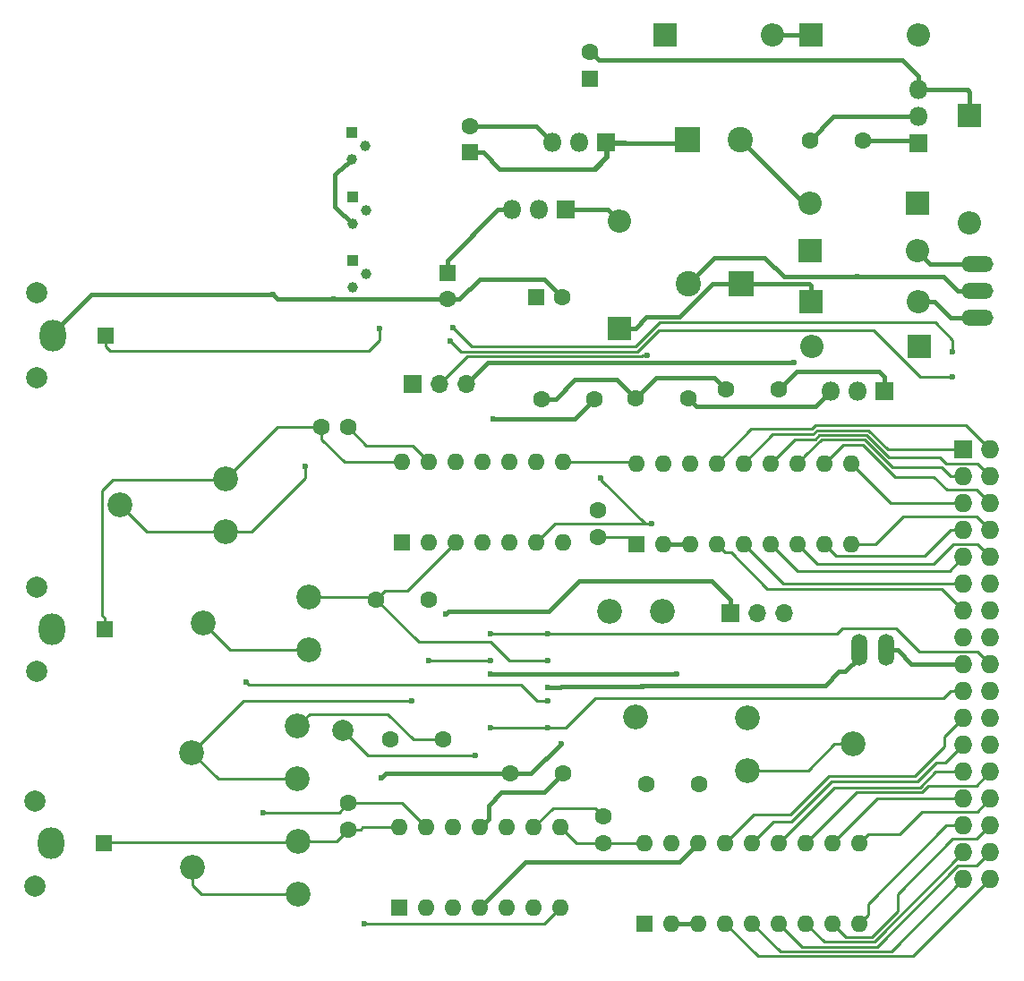
<source format=gtl>
G04 #@! TF.FileFunction,Copper,L1,Top,Signal*
%FSLAX46Y46*%
G04 Gerber Fmt 4.6, Leading zero omitted, Abs format (unit mm)*
G04 Created by KiCad (PCBNEW 4.0.7-e2-6376~58~ubuntu16.04.1) date Thu Dec 14 21:04:02 2023*
%MOMM*%
%LPD*%
G01*
G04 APERTURE LIST*
%ADD10C,0.100000*%
%ADD11C,1.000000*%
%ADD12R,1.000000X1.000000*%
%ADD13C,1.600000*%
%ADD14R,2.400000X2.400000*%
%ADD15C,2.400000*%
%ADD16R,1.600000X1.600000*%
%ADD17R,2.200000X2.200000*%
%ADD18O,2.200000X2.200000*%
%ADD19R,1.727200X1.727200*%
%ADD20O,1.727200X1.727200*%
%ADD21O,3.010000X1.510000*%
%ADD22O,2.500000X3.000000*%
%ADD23C,2.000000*%
%ADD24O,1.510000X3.010000*%
%ADD25R,1.700000X1.700000*%
%ADD26O,1.700000X1.700000*%
%ADD27O,1.600000X1.600000*%
%ADD28R,1.800000X1.800000*%
%ADD29O,1.800000X1.800000*%
%ADD30C,2.340000*%
%ADD31C,0.600000*%
%ADD32C,0.400000*%
%ADD33C,0.250000*%
G04 APERTURE END LIST*
D10*
D11*
X208050000Y-52340000D03*
X206780000Y-53610000D03*
D12*
X206780000Y-51070000D03*
D13*
X238620000Y-76240000D03*
X233620000Y-76240000D03*
X239650000Y-112730000D03*
X234650000Y-112730000D03*
X230632000Y-118324000D03*
X230632000Y-115824000D03*
X230124000Y-89368000D03*
X230124000Y-86868000D03*
D14*
X243640000Y-65390000D03*
D15*
X238640000Y-65390000D03*
D14*
X238600000Y-51800000D03*
D15*
X243600000Y-51800000D03*
D13*
X214120000Y-95280000D03*
X209120000Y-95280000D03*
X255160000Y-51860000D03*
X250160000Y-51860000D03*
X247190000Y-75390000D03*
X242190000Y-75390000D03*
X210470000Y-108510000D03*
X215470000Y-108510000D03*
D16*
X229350000Y-45980000D03*
D13*
X229350000Y-43480000D03*
X229800000Y-76320000D03*
X224800000Y-76320000D03*
X226820000Y-111750000D03*
X221820000Y-111750000D03*
D16*
X224240000Y-66690000D03*
D13*
X226740000Y-66690000D03*
D16*
X215880000Y-64380000D03*
D13*
X215880000Y-66880000D03*
D16*
X218020000Y-52990000D03*
D13*
X218020000Y-50490000D03*
X206462000Y-78994000D03*
X203962000Y-78994000D03*
X206502000Y-114554000D03*
X206502000Y-117054000D03*
D17*
X260480000Y-71340000D03*
D18*
X250320000Y-71340000D03*
D17*
X250240000Y-67070000D03*
D18*
X260400000Y-67070000D03*
D17*
X250130000Y-62270000D03*
D18*
X260290000Y-62270000D03*
D17*
X260290000Y-57790000D03*
D18*
X250130000Y-57790000D03*
D17*
X232120000Y-69640000D03*
D18*
X232120000Y-59480000D03*
D17*
X265240000Y-49530000D03*
D18*
X265240000Y-59690000D03*
D17*
X250220000Y-41840000D03*
D18*
X260380000Y-41840000D03*
D17*
X236470000Y-41910000D03*
D18*
X246630000Y-41910000D03*
D19*
X264670000Y-81100000D03*
D20*
X267210000Y-81100000D03*
X264670000Y-83640000D03*
X267210000Y-83640000D03*
X264670000Y-86180000D03*
X267210000Y-86180000D03*
X264670000Y-88720000D03*
X267210000Y-88720000D03*
X264670000Y-91260000D03*
X267210000Y-91260000D03*
X264670000Y-93800000D03*
X267210000Y-93800000D03*
X264670000Y-96340000D03*
X267210000Y-96340000D03*
X264670000Y-98880000D03*
X267210000Y-98880000D03*
X264670000Y-101420000D03*
X267210000Y-101420000D03*
X264670000Y-103960000D03*
X267210000Y-103960000D03*
X264670000Y-106500000D03*
X267210000Y-106500000D03*
X264670000Y-109040000D03*
X267210000Y-109040000D03*
X264670000Y-111580000D03*
X267210000Y-111580000D03*
X264670000Y-114120000D03*
X267210000Y-114120000D03*
X264670000Y-116660000D03*
X267210000Y-116660000D03*
X264670000Y-119200000D03*
X267210000Y-119200000D03*
X264670000Y-121740000D03*
X267210000Y-121740000D03*
D21*
X266010000Y-63520000D03*
X266010000Y-66060000D03*
X266010000Y-68600000D03*
D16*
X183480000Y-98110000D03*
D22*
X178480000Y-98110000D03*
D23*
X176980000Y-94110000D03*
X176980000Y-102110000D03*
D16*
X183348000Y-118364000D03*
D22*
X178348000Y-118364000D03*
D23*
X176848000Y-114364000D03*
X176848000Y-122364000D03*
D16*
X183538000Y-70294000D03*
D22*
X178538000Y-70294000D03*
D23*
X177038000Y-66294000D03*
X177038000Y-74294000D03*
X205960000Y-107640000D03*
D24*
X257330000Y-100076000D03*
X254790000Y-100076000D03*
D11*
X208150000Y-58470000D03*
X206880000Y-59740000D03*
D12*
X206880000Y-57200000D03*
D11*
X208170000Y-64480000D03*
X206900000Y-65750000D03*
D12*
X206900000Y-63210000D03*
D25*
X212560000Y-74930000D03*
D26*
X215100000Y-74930000D03*
X217640000Y-74930000D03*
D25*
X242610000Y-96590000D03*
D26*
X245150000Y-96590000D03*
X247690000Y-96590000D03*
D16*
X234530000Y-125920000D03*
D27*
X254850000Y-118300000D03*
X237070000Y-125920000D03*
X252310000Y-118300000D03*
X239610000Y-125920000D03*
X249770000Y-118300000D03*
X242150000Y-125920000D03*
X247230000Y-118300000D03*
X244690000Y-125920000D03*
X244690000Y-118300000D03*
X247230000Y-125920000D03*
X242150000Y-118300000D03*
X249770000Y-125920000D03*
X239610000Y-118300000D03*
X252310000Y-125920000D03*
X237070000Y-118300000D03*
X254850000Y-125920000D03*
X234530000Y-118300000D03*
D16*
X233720000Y-90040000D03*
D27*
X254040000Y-82420000D03*
X236260000Y-90040000D03*
X251500000Y-82420000D03*
X238800000Y-90040000D03*
X248960000Y-82420000D03*
X241340000Y-90040000D03*
X246420000Y-82420000D03*
X243880000Y-90040000D03*
X243880000Y-82420000D03*
X246420000Y-90040000D03*
X241340000Y-82420000D03*
X248960000Y-90040000D03*
X238800000Y-82420000D03*
X251500000Y-90040000D03*
X236260000Y-82420000D03*
X254040000Y-90040000D03*
X233720000Y-82420000D03*
D28*
X257230000Y-75530000D03*
D29*
X254690000Y-75530000D03*
X252150000Y-75530000D03*
D28*
X260390000Y-52160000D03*
D29*
X260390000Y-49620000D03*
X260390000Y-47080000D03*
D28*
X230886000Y-52070000D03*
D29*
X228346000Y-52070000D03*
X225806000Y-52070000D03*
D30*
X236180000Y-96426000D03*
X233680000Y-106426000D03*
X231180000Y-96426000D03*
X244254000Y-106466000D03*
X254254000Y-108966000D03*
X244254000Y-111466000D03*
X202786000Y-100036000D03*
X192786000Y-97536000D03*
X202786000Y-95036000D03*
X201676000Y-112268000D03*
X191676000Y-109768000D03*
X201676000Y-107268000D03*
X194912000Y-88860000D03*
X184912000Y-86360000D03*
X194912000Y-83860000D03*
X201770000Y-123150000D03*
X191770000Y-120650000D03*
X201770000Y-118150000D03*
D16*
X211328000Y-124460000D03*
D27*
X226568000Y-116840000D03*
X213868000Y-124460000D03*
X224028000Y-116840000D03*
X216408000Y-124460000D03*
X221488000Y-116840000D03*
X218948000Y-124460000D03*
X218948000Y-116840000D03*
X221488000Y-124460000D03*
X216408000Y-116840000D03*
X224028000Y-124460000D03*
X213868000Y-116840000D03*
X226568000Y-124460000D03*
X211328000Y-116840000D03*
D16*
X211582000Y-89916000D03*
D27*
X226822000Y-82296000D03*
X214122000Y-89916000D03*
X224282000Y-82296000D03*
X216662000Y-89916000D03*
X221742000Y-82296000D03*
X219202000Y-89916000D03*
X219202000Y-82296000D03*
X221742000Y-89916000D03*
X216662000Y-82296000D03*
X224282000Y-89916000D03*
X214122000Y-82296000D03*
X226822000Y-89916000D03*
X211582000Y-82296000D03*
D28*
X227076000Y-58420000D03*
D29*
X224536000Y-58420000D03*
X221996000Y-58420000D03*
D31*
X237530000Y-102350000D03*
X219960000Y-102345000D03*
X209620000Y-112150000D03*
X226590000Y-108920000D03*
X254670000Y-64740000D03*
X225360000Y-103615000D03*
X234330000Y-103480000D03*
X205130000Y-66880000D03*
X199350000Y-66400000D03*
X225360000Y-101075000D03*
X214122000Y-101092000D03*
X219960000Y-101075000D03*
X220218000Y-78232000D03*
X215670000Y-96690000D03*
X248666000Y-72898000D03*
X198440000Y-115410000D03*
X219960000Y-98535000D03*
X225360000Y-98535000D03*
X225360000Y-107425000D03*
X219960000Y-107425000D03*
X209420000Y-69640000D03*
X218490000Y-110040000D03*
X216408000Y-69596000D03*
X263620000Y-71830000D03*
X216154000Y-70866000D03*
X263620000Y-74210000D03*
X207994000Y-125984000D03*
X230378000Y-83788000D03*
X235204000Y-88138000D03*
X196850000Y-103124000D03*
X225360000Y-104885000D03*
X212460000Y-104880000D03*
X202410000Y-82680000D03*
X234729347Y-72197990D03*
D32*
X218948000Y-124460000D02*
X223266000Y-120142000D01*
X223266000Y-120142000D02*
X237768000Y-120142000D01*
X237768000Y-120142000D02*
X239610000Y-118300000D01*
X227076000Y-58420000D02*
X231060000Y-58420000D01*
X231060000Y-58420000D02*
X232120000Y-59480000D01*
X219960000Y-102345000D02*
X237525000Y-102345000D01*
X237525000Y-102345000D02*
X237530000Y-102350000D01*
X238620000Y-76240000D02*
X239419999Y-77039999D01*
X239419999Y-77039999D02*
X250640001Y-77039999D01*
X250640001Y-77039999D02*
X252150000Y-75530000D01*
X225360000Y-103615000D02*
X226510000Y-103615000D01*
X226510000Y-103615000D02*
X226645000Y-103480000D01*
X226645000Y-103480000D02*
X233905736Y-103480000D01*
X233905736Y-103480000D02*
X234330000Y-103480000D01*
X220790000Y-54560000D02*
X228854000Y-54560000D01*
X228854000Y-54560000D02*
X229820000Y-54560000D01*
X230886000Y-53370000D02*
X229696000Y-54560000D01*
X230886000Y-52070000D02*
X230886000Y-53370000D01*
X229696000Y-54560000D02*
X228854000Y-54560000D01*
X230960000Y-52120000D02*
X232664000Y-52120000D01*
X232664000Y-52120000D02*
X238280000Y-52120000D01*
X230886000Y-52070000D02*
X232614000Y-52070000D01*
X232614000Y-52070000D02*
X232664000Y-52120000D01*
X252887000Y-102108000D02*
X251565000Y-103430000D01*
X252887000Y-102108000D02*
X253508000Y-102108000D01*
X254790000Y-100826000D02*
X254790000Y-100076000D01*
X253508000Y-102108000D02*
X254790000Y-100826000D01*
X199350000Y-66400000D02*
X182182000Y-66400000D01*
X178538000Y-70044000D02*
X182182000Y-66400000D01*
X178538000Y-70294000D02*
X178538000Y-70044000D01*
X221820000Y-111750000D02*
X210020000Y-111750000D01*
X210020000Y-111750000D02*
X209620000Y-112150000D01*
X221820000Y-111750000D02*
X223760000Y-111750000D01*
X223760000Y-111750000D02*
X226590000Y-108920000D01*
X251565000Y-103430000D02*
X234380000Y-103430000D01*
X234380000Y-103430000D02*
X234330000Y-103480000D01*
X205130000Y-66880000D02*
X199830000Y-66880000D01*
X215880000Y-66880000D02*
X205130000Y-66880000D01*
X227910000Y-74510000D02*
X231890000Y-74510000D01*
X231890000Y-74510000D02*
X233620000Y-76240000D01*
X226100000Y-76320000D02*
X227910000Y-74510000D01*
X224800000Y-76320000D02*
X226100000Y-76320000D01*
X235580000Y-74280000D02*
X241080000Y-74280000D01*
X241080000Y-74280000D02*
X242190000Y-75390000D01*
X233620000Y-76240000D02*
X235580000Y-74280000D01*
X236260000Y-90040000D02*
X238800000Y-90040000D01*
X199830000Y-66880000D02*
X199350000Y-66400000D01*
X237070000Y-125920000D02*
X239610000Y-125920000D01*
X266010000Y-66060000D02*
X264105000Y-66060000D01*
X264105000Y-66060000D02*
X262785000Y-64740000D01*
X262785000Y-64740000D02*
X247670000Y-64740000D01*
X247670000Y-64740000D02*
X245850000Y-62920000D01*
X245850000Y-62920000D02*
X241110000Y-62920000D01*
X241110000Y-62920000D02*
X238640000Y-65390000D01*
X218020000Y-52990000D02*
X219220000Y-52990000D01*
X219220000Y-52990000D02*
X220790000Y-54560000D01*
X229820000Y-54560000D02*
X230960000Y-53420000D01*
X230960000Y-53420000D02*
X230960000Y-52120000D01*
X215880000Y-66880000D02*
X217011370Y-66880000D01*
X225000000Y-64950000D02*
X226740000Y-66690000D01*
X217011370Y-66880000D02*
X218941370Y-64950000D01*
X218941370Y-64950000D02*
X225000000Y-64950000D01*
X238280000Y-52120000D02*
X238600000Y-51800000D01*
X255160000Y-51860000D02*
X260090000Y-51860000D01*
X260090000Y-51860000D02*
X260390000Y-52160000D01*
X246630000Y-41910000D02*
X250150000Y-41910000D01*
X250150000Y-41910000D02*
X250220000Y-41840000D01*
D33*
X230632000Y-118324000D02*
X228052000Y-118324000D01*
X228052000Y-118324000D02*
X226568000Y-116840000D01*
X230632000Y-118324000D02*
X234506000Y-118324000D01*
X234506000Y-118324000D02*
X234530000Y-118300000D01*
X228028000Y-118300000D02*
X234530000Y-118300000D01*
X228028000Y-118300000D02*
X226568000Y-116840000D01*
X224028000Y-116840000D02*
X225843999Y-115024001D01*
X225843999Y-115024001D02*
X229832001Y-115024001D01*
X229832001Y-115024001D02*
X230632000Y-115824000D01*
X230124000Y-89368000D02*
X233048000Y-89368000D01*
X233048000Y-89368000D02*
X233720000Y-90040000D01*
X226822000Y-82296000D02*
X233596000Y-82296000D01*
X233596000Y-82296000D02*
X233720000Y-82420000D01*
D32*
X234697011Y-68562989D02*
X233620000Y-69640000D01*
X237780535Y-68562989D02*
X234697011Y-68562989D01*
X240953524Y-65390000D02*
X237780535Y-68562989D01*
X233620000Y-69640000D02*
X232120000Y-69640000D01*
X243640000Y-65390000D02*
X240953524Y-65390000D01*
X257230000Y-75530000D02*
X257230000Y-74230000D01*
X257230000Y-74230000D02*
X256680000Y-73680000D01*
X256680000Y-73680000D02*
X248900000Y-73680000D01*
X248900000Y-73680000D02*
X247190000Y-75390000D01*
X243640000Y-65390000D02*
X250060000Y-65390000D01*
X250060000Y-65390000D02*
X250240000Y-65570000D01*
X250240000Y-65570000D02*
X250240000Y-67070000D01*
X260390000Y-49620000D02*
X252400000Y-49620000D01*
X252400000Y-49620000D02*
X250160000Y-51860000D01*
X243600000Y-51800000D02*
X249590000Y-57790000D01*
X249590000Y-57790000D02*
X250130000Y-57790000D01*
D33*
X219964000Y-99314000D02*
X213154000Y-99314000D01*
X213154000Y-99314000D02*
X209120000Y-95280000D01*
X221725000Y-101075000D02*
X219964000Y-99314000D01*
X225360000Y-101075000D02*
X221725000Y-101075000D01*
X212097999Y-94480001D02*
X216662000Y-89916000D01*
X209919999Y-94480001D02*
X212097999Y-94480001D01*
X209120000Y-95280000D02*
X209919999Y-94480001D01*
X202786000Y-95036000D02*
X208876000Y-95036000D01*
X208876000Y-95036000D02*
X209120000Y-95280000D01*
X219960000Y-101075000D02*
X214139000Y-101075000D01*
X214139000Y-101075000D02*
X214122000Y-101092000D01*
X210238001Y-106098001D02*
X212650000Y-108510000D01*
X212650000Y-108510000D02*
X215470000Y-108510000D01*
X201676000Y-107268000D02*
X202845999Y-106098001D01*
X202845999Y-106098001D02*
X210238001Y-106098001D01*
D32*
X220980000Y-113538000D02*
X225032000Y-113538000D01*
X225032000Y-113538000D02*
X226820000Y-111750000D01*
X219747999Y-114770001D02*
X220980000Y-113538000D01*
X218948000Y-116840000D02*
X219747999Y-116040001D01*
X219747999Y-116040001D02*
X219747999Y-114770001D01*
X220218000Y-78232000D02*
X227584000Y-78232000D01*
X229800000Y-76320000D02*
X227888000Y-78232000D01*
X227888000Y-78232000D02*
X227584000Y-78232000D01*
X265240000Y-47270000D02*
X265240000Y-49530000D01*
X230149999Y-44279999D02*
X258862791Y-44279999D01*
X260390000Y-47080000D02*
X260390000Y-45807208D01*
X260390000Y-45807208D02*
X258862791Y-44279999D01*
X229350000Y-43480000D02*
X230149999Y-44279999D01*
X260390000Y-47080000D02*
X265050000Y-47080000D01*
X265050000Y-47080000D02*
X265240000Y-47270000D01*
X265240000Y-47270000D02*
X265240000Y-48770000D01*
X215880000Y-64380000D02*
X215880000Y-63180000D01*
X215880000Y-63180000D02*
X220640000Y-58420000D01*
X220640000Y-58420000D02*
X220723208Y-58420000D01*
X220723208Y-58420000D02*
X221996000Y-58420000D01*
X206780000Y-53610000D02*
X206280001Y-54109999D01*
X206240001Y-54109999D02*
X205232000Y-55118000D01*
X206280001Y-54109999D02*
X206240001Y-54109999D01*
X205232000Y-55118000D02*
X205232000Y-58092000D01*
X205232000Y-58092000D02*
X206880000Y-59740000D01*
X215670000Y-96690000D02*
X215969999Y-96390001D01*
X220719999Y-96390001D02*
X220729998Y-96400000D01*
X215969999Y-96390001D02*
X220719999Y-96390001D01*
X220729998Y-96400000D02*
X225480000Y-96400000D01*
X225480000Y-96400000D02*
X228330000Y-93550000D01*
X242610000Y-95340000D02*
X242610000Y-96590000D01*
X228330000Y-93550000D02*
X240820000Y-93550000D01*
X240820000Y-93550000D02*
X242610000Y-95340000D01*
X206970000Y-53420000D02*
X206780000Y-53610000D01*
X248666000Y-72898000D02*
X219672000Y-72898000D01*
X219672000Y-72898000D02*
X217640000Y-74930000D01*
X218020000Y-50490000D02*
X224226000Y-50490000D01*
X224226000Y-50490000D02*
X225806000Y-52070000D01*
D33*
X206462000Y-78994000D02*
X208202001Y-80734001D01*
X208202001Y-80734001D02*
X212560001Y-80734001D01*
X212560001Y-80734001D02*
X214122000Y-82296000D01*
X203962000Y-78994000D02*
X199778000Y-78994000D01*
X199778000Y-78994000D02*
X194912000Y-83860000D01*
X211582000Y-82296000D02*
X206132630Y-82296000D01*
X203962000Y-78994000D02*
X203962000Y-80125370D01*
X203962000Y-80125370D02*
X206132630Y-82296000D01*
X194920000Y-83930000D02*
X184250000Y-83930000D01*
X183480000Y-97060000D02*
X183480000Y-98110000D01*
X184250000Y-83930000D02*
X183190000Y-84990000D01*
X183190000Y-84990000D02*
X183190000Y-96770000D01*
X183190000Y-96770000D02*
X183480000Y-97060000D01*
X206502000Y-114554000D02*
X211582000Y-114554000D01*
X211582000Y-114554000D02*
X213868000Y-116840000D01*
X198440000Y-115410000D02*
X205646000Y-115410000D01*
X205646000Y-115410000D02*
X206502000Y-114554000D01*
X212090000Y-115062000D02*
X213868000Y-116840000D01*
X201770000Y-118150000D02*
X205406000Y-118150000D01*
X205406000Y-118150000D02*
X206502000Y-117054000D01*
X209300000Y-116840000D02*
X210566000Y-116840000D01*
X210566000Y-116840000D02*
X211328000Y-116840000D01*
X206502000Y-117054000D02*
X207633370Y-117054000D01*
X207633370Y-117054000D02*
X207847370Y-116840000D01*
X207847370Y-116840000D02*
X210566000Y-116840000D01*
X201740000Y-118270000D02*
X183442000Y-118270000D01*
X183442000Y-118270000D02*
X183348000Y-118364000D01*
X201740000Y-118120000D02*
X201740000Y-118270000D01*
D32*
X263485634Y-68600000D02*
X261955634Y-67070000D01*
X266010000Y-68600000D02*
X263485634Y-68600000D01*
X261955634Y-67070000D02*
X260400000Y-67070000D01*
X266010000Y-63520000D02*
X261540000Y-63520000D01*
X261540000Y-63520000D02*
X260290000Y-62270000D01*
D33*
X246630022Y-79669978D02*
X243880000Y-82420000D01*
X264670000Y-81100000D02*
X257549233Y-81100000D01*
X257549233Y-81100000D02*
X255709200Y-79259967D01*
X255709200Y-79259967D02*
X250857211Y-79259967D01*
X250447200Y-79669978D02*
X246630022Y-79669978D01*
X250857211Y-79259967D02*
X250447200Y-79669978D01*
X244610033Y-79149967D02*
X241340000Y-82420000D01*
X250330801Y-79149967D02*
X244610033Y-79149967D01*
X250670811Y-78809956D02*
X250330801Y-79149967D01*
X264919956Y-78809956D02*
X250670811Y-78809956D01*
X267210000Y-81100000D02*
X264919956Y-78809956D01*
X263448686Y-83640000D02*
X264670000Y-83640000D01*
X262585087Y-82776401D02*
X263448686Y-83640000D01*
X257952812Y-82776401D02*
X262585087Y-82776401D01*
X255336400Y-80159989D02*
X257952812Y-82776401D01*
X249769999Y-81620001D02*
X251230011Y-80159989D01*
X249759999Y-81620001D02*
X249769999Y-81620001D01*
X248960000Y-82420000D02*
X249759999Y-81620001D01*
X251230011Y-80159989D02*
X255336400Y-80159989D01*
X267210000Y-83640000D02*
X266010000Y-82440000D01*
X266010000Y-82440000D02*
X263060000Y-82440000D01*
X263060000Y-82440000D02*
X262457178Y-81837178D01*
X262457178Y-81837178D02*
X257650000Y-81837178D01*
X257650000Y-81837178D02*
X255522800Y-79709978D01*
X255522800Y-79709978D02*
X251043611Y-79709978D01*
X251043611Y-79709978D02*
X250633600Y-80119989D01*
X250633600Y-80119989D02*
X248720011Y-80119989D01*
X248720011Y-80119989D02*
X246420000Y-82420000D01*
X257800000Y-86180000D02*
X254040000Y-82420000D01*
X264670000Y-86180000D02*
X257800000Y-86180000D01*
X255150000Y-80610000D02*
X253310000Y-80610000D01*
X253310000Y-80610000D02*
X251500000Y-82420000D01*
X258200000Y-83660000D02*
X255150000Y-80610000D01*
X261890000Y-83660000D02*
X258200000Y-83660000D01*
X263130000Y-84900000D02*
X261890000Y-83660000D01*
X265920000Y-84900000D02*
X263130000Y-84900000D01*
X266336401Y-85316401D02*
X265920000Y-84900000D01*
X267210000Y-86180000D02*
X266346401Y-85316401D01*
X266346401Y-85316401D02*
X266336401Y-85316401D01*
X263448686Y-88720000D02*
X264670000Y-88720000D01*
X252625001Y-91165001D02*
X261003685Y-91165001D01*
X261003685Y-91165001D02*
X263448686Y-88720000D01*
X251500000Y-90040000D02*
X252625001Y-91165001D01*
X258940000Y-87430000D02*
X265920000Y-87430000D01*
X265920000Y-87430000D02*
X267210000Y-88720000D01*
X256330000Y-90040000D02*
X258940000Y-87430000D01*
X254040000Y-90040000D02*
X256330000Y-90040000D01*
X248940000Y-92570000D02*
X263360000Y-92570000D01*
X263360000Y-92570000D02*
X264670000Y-91260000D01*
X247219999Y-90849999D02*
X248940000Y-92570000D01*
X246420000Y-90040000D02*
X247219999Y-90839999D01*
X247219999Y-90839999D02*
X247219999Y-90849999D01*
X263730000Y-90020000D02*
X265970000Y-90020000D01*
X265970000Y-90020000D02*
X267210000Y-91260000D01*
X261850000Y-91900000D02*
X263730000Y-90020000D01*
X250820000Y-91900000D02*
X261850000Y-91900000D01*
X248960000Y-90040000D02*
X250820000Y-91900000D01*
X264670000Y-93800000D02*
X247640000Y-93800000D01*
X247640000Y-93800000D02*
X243880000Y-90040000D01*
X246142476Y-94300000D02*
X262630000Y-94300000D01*
X262630000Y-94300000D02*
X264670000Y-96340000D01*
X242682475Y-90839999D02*
X246142476Y-94300000D01*
X242139999Y-90839999D02*
X242682475Y-90839999D01*
X241340000Y-90040000D02*
X242139999Y-90839999D01*
D32*
X259769000Y-101360000D02*
X264610000Y-101360000D01*
X257330000Y-100076000D02*
X258485000Y-100076000D01*
X258485000Y-100076000D02*
X259769000Y-101360000D01*
X264610000Y-101360000D02*
X264670000Y-101420000D01*
D33*
X225360000Y-98535000D02*
X252747000Y-98535000D01*
X260505399Y-100231399D02*
X266021399Y-100231399D01*
X252747000Y-98535000D02*
X253238000Y-98044000D01*
X253238000Y-98044000D02*
X258318000Y-98044000D01*
X258318000Y-98044000D02*
X260505399Y-100231399D01*
X266021399Y-100231399D02*
X267210000Y-101420000D01*
X220960000Y-98535000D02*
X225360000Y-98535000D01*
X219960000Y-98535000D02*
X220960000Y-98535000D01*
X229870000Y-104648000D02*
X227093000Y-107425000D01*
X227093000Y-107425000D02*
X225360000Y-107425000D01*
X262760686Y-104648000D02*
X229870000Y-104648000D01*
X264670000Y-103960000D02*
X263448686Y-103960000D01*
X263448686Y-103960000D02*
X262760686Y-104648000D01*
X219960000Y-107425000D02*
X225360000Y-107425000D01*
X262890000Y-109220000D02*
X262890000Y-108280000D01*
X262890000Y-108280000D02*
X264670000Y-106500000D01*
X260096000Y-112014000D02*
X262890000Y-109220000D01*
X251956000Y-112014000D02*
X248330000Y-115640000D01*
X251956000Y-112014000D02*
X260096000Y-112014000D01*
X248330000Y-115640000D02*
X244810000Y-115640000D01*
X244810000Y-115640000D02*
X242150000Y-118300000D01*
X244690000Y-118300000D02*
X246660000Y-116330000D01*
X246660000Y-116330000D02*
X248400000Y-116330000D01*
X262966000Y-110744000D02*
X264670000Y-109040000D01*
X248400000Y-116330000D02*
X252208000Y-112522000D01*
X252208000Y-112522000D02*
X260350000Y-112522000D01*
X260350000Y-112522000D02*
X262128000Y-110744000D01*
X262128000Y-110744000D02*
X262966000Y-110744000D01*
X247230000Y-118300000D02*
X252476000Y-113054000D01*
X252476000Y-113054000D02*
X260580000Y-113054000D01*
X260580000Y-113054000D02*
X262054000Y-111580000D01*
X262054000Y-111580000D02*
X264670000Y-111580000D01*
X261380399Y-112890011D02*
X265899989Y-112890011D01*
X260766400Y-113504011D02*
X261380399Y-112890011D01*
X265899989Y-112890011D02*
X267210000Y-111580000D01*
X254565989Y-113504011D02*
X260766400Y-113504011D01*
X249770000Y-118300000D02*
X254565989Y-113504011D01*
X256490000Y-114120000D02*
X252310000Y-118300000D01*
X264670000Y-114120000D02*
X256490000Y-114120000D01*
X254850000Y-118300000D02*
X255649999Y-117500001D01*
X255649999Y-117500001D02*
X258659999Y-117500001D01*
X258659999Y-117500001D02*
X260790000Y-115370000D01*
X260790000Y-115370000D02*
X265960000Y-115370000D01*
X265960000Y-115370000D02*
X267210000Y-114120000D01*
X255649999Y-124070001D02*
X263060000Y-116660000D01*
X263060000Y-116660000D02*
X264670000Y-116660000D01*
X254850000Y-125920000D02*
X255649999Y-125120001D01*
X255649999Y-125120001D02*
X255649999Y-124070001D01*
X265940000Y-117930000D02*
X267210000Y-116660000D01*
X258459989Y-123120011D02*
X263650000Y-117930000D01*
X258459989Y-124773601D02*
X258459989Y-123120011D01*
X256033590Y-127200000D02*
X258459989Y-124773601D01*
X263650000Y-117930000D02*
X265940000Y-117930000D01*
X253590000Y-127200000D02*
X256033590Y-127200000D01*
X252310000Y-125920000D02*
X253590000Y-127200000D01*
X256219989Y-127650011D02*
X251500011Y-127650011D01*
X251500011Y-127650011D02*
X249770000Y-125920000D01*
X264670000Y-119200000D02*
X256219989Y-127650011D01*
X247230000Y-125920000D02*
X249440020Y-128130020D01*
X264170870Y-120480000D02*
X265930000Y-120480000D01*
X249440020Y-128130020D02*
X256520850Y-128130020D01*
X256520850Y-128130020D02*
X264170870Y-120480000D01*
X265930000Y-120480000D02*
X267210000Y-119200000D01*
X257829969Y-128580031D02*
X264670000Y-121740000D01*
X247350031Y-128580031D02*
X257829969Y-128580031D01*
X244690000Y-125920000D02*
X247350031Y-128580031D01*
X245260042Y-129030042D02*
X242150000Y-125920000D01*
X259919958Y-129030042D02*
X245260042Y-129030042D01*
X267210000Y-121740000D02*
X259919958Y-129030042D01*
X208440000Y-71720000D02*
X183914000Y-71720000D01*
X183538000Y-70294000D02*
X183538000Y-71344000D01*
X183538000Y-71344000D02*
X183914000Y-71720000D01*
X209420000Y-69640000D02*
X209420000Y-70740000D01*
X209420000Y-70740000D02*
X208440000Y-71720000D01*
X218490000Y-110040000D02*
X208360000Y-110040000D01*
X208360000Y-110040000D02*
X205960000Y-107640000D01*
X218186000Y-71374000D02*
X216408000Y-69596000D01*
X233680000Y-71374000D02*
X218186000Y-71374000D01*
X235966000Y-69088000D02*
X233680000Y-71374000D01*
X261978000Y-69088000D02*
X235966000Y-69088000D01*
X263620000Y-70730000D02*
X261978000Y-69088000D01*
X263620000Y-71830000D02*
X263620000Y-70730000D01*
X216453999Y-71165999D02*
X216154000Y-70866000D01*
X217112011Y-71824011D02*
X216453999Y-71165999D01*
X233866400Y-71824011D02*
X217112011Y-71824011D01*
X235840410Y-69850000D02*
X233866400Y-71824011D01*
X260564998Y-74210000D02*
X256204998Y-69850000D01*
X263620000Y-74210000D02*
X260564998Y-74210000D01*
X256204998Y-69850000D02*
X235840410Y-69850000D01*
X206440000Y-51410000D02*
X206780000Y-51070000D01*
X207994000Y-125984000D02*
X225044000Y-125984000D01*
X225044000Y-125984000D02*
X226568000Y-124460000D01*
X249976000Y-111466000D02*
X252476000Y-108966000D01*
X252476000Y-108966000D02*
X254254000Y-108966000D01*
X244254000Y-111466000D02*
X249976000Y-111466000D01*
X230378000Y-83788000D02*
X230378000Y-83938000D01*
X230378000Y-83938000D02*
X234578000Y-88138000D01*
X234578000Y-88138000D02*
X234779736Y-88138000D01*
X234779736Y-88138000D02*
X235204000Y-88138000D01*
X224282000Y-89916000D02*
X226060000Y-88138000D01*
X226060000Y-88138000D02*
X226934998Y-88138000D01*
X226934998Y-88138000D02*
X235204000Y-88138000D01*
X192786000Y-97536000D02*
X193548000Y-98298000D01*
X202786000Y-100036000D02*
X195286000Y-100036000D01*
X195286000Y-100036000D02*
X193548000Y-98298000D01*
X222853000Y-103378000D02*
X197104000Y-103378000D01*
X197104000Y-103378000D02*
X196850000Y-103124000D01*
X225360000Y-104885000D02*
X224360000Y-104885000D01*
X224360000Y-104885000D02*
X222853000Y-103378000D01*
X211188000Y-104902000D02*
X196542000Y-104902000D01*
X196542000Y-104902000D02*
X191676000Y-109768000D01*
X212460000Y-104880000D02*
X211210000Y-104880000D01*
X211210000Y-104880000D02*
X211188000Y-104902000D01*
X191676000Y-109768000D02*
X194176000Y-112268000D01*
X194176000Y-112268000D02*
X201676000Y-112268000D01*
X202410000Y-82680000D02*
X202410000Y-83780000D01*
X197330000Y-88860000D02*
X196566629Y-88860000D01*
X202410000Y-83780000D02*
X197330000Y-88860000D01*
X196566629Y-88860000D02*
X194912000Y-88860000D01*
X194912000Y-88860000D02*
X187412000Y-88860000D01*
X187412000Y-88860000D02*
X184912000Y-86360000D01*
X191770000Y-120650000D02*
X191770000Y-122304629D01*
X191770000Y-122304629D02*
X192615371Y-123150000D01*
X192615371Y-123150000D02*
X201770000Y-123150000D01*
X234305083Y-72197990D02*
X234729347Y-72197990D01*
X234229051Y-72274022D02*
X234305083Y-72197990D01*
X217755978Y-72274022D02*
X234229051Y-72274022D01*
X215100000Y-74930000D02*
X217755978Y-72274022D01*
M02*

</source>
